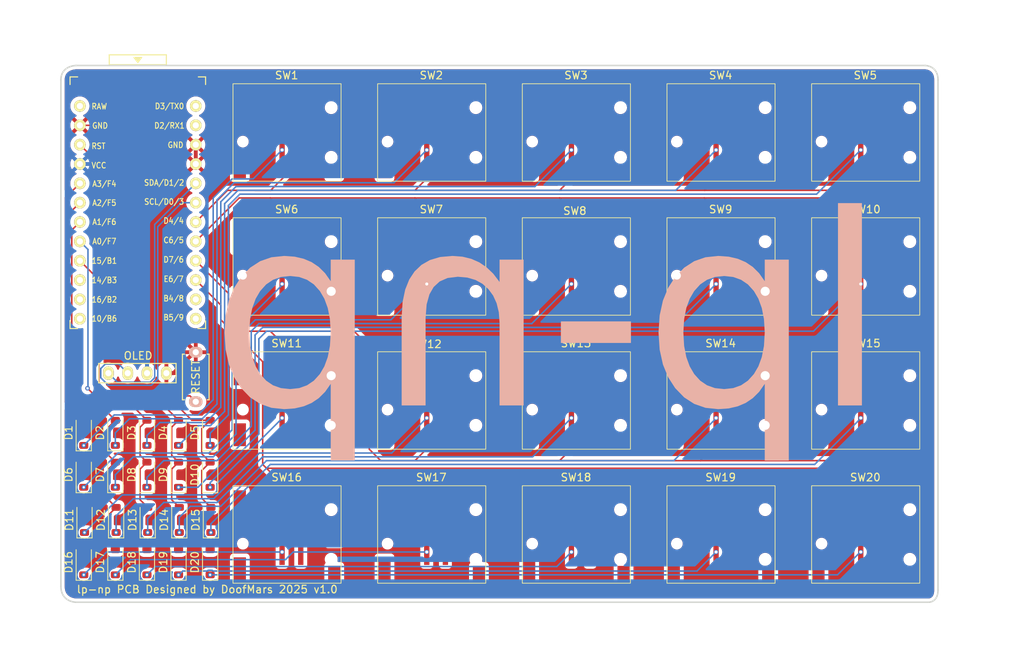
<source format=kicad_pcb>
(kicad_pcb (version 20241229) (generator "pcbnew") (generator_version "9.0")
  (layers (0 "F.Cu" signal) (2 "B.Cu" signal) (13 "F.Paste" user) (15 "B.Paste" user) (5 "F.SilkS" user "F.Silkscreen") (7 "B.SilkS" user "B.Silkscreen") (1 "F.Mask" user) (3 "B.Mask" user) (25 "Edge.Cuts" user))
  (net 0 "")
  (net 1 "GND")
  (net 2 "VCC")
  (net 3 "SDA")
  (net 4 "SCL")
  (net 5 "data")
  (net 6 "reset")
  (net 7 "row1")
  (net 8 "row2")
  (net 9 "row0")
  (net 10 "row3")
  (net 11 "col0")
  (net 12 "col1")
  (net 13 "col2")
  (net 14 "col3")
  (net 15 "col4")
  (net 16 "LED")
  (net 17 "Net-(U1-Pad11)")
  (net 18 "Net-(U1-Pad12)")
  (net 19 "Net-(U1-Pad13)")
  (net 20 "Net-(U1-Pad14)")
  (net 21 "col5")
  (net 22 "Net-(U1-Pad24)")
  (net 23 "Net-(D1-K)")
  (net 24 "Net-(D2-K)")
  (net 25 "Net-(D4-K)")
  (net 26 "Net-(D5-K)")
  (net 27 "Net-(D6-K)")
  (net 28 "Net-(D7-K)")
  (net 29 "Net-(D8-K)")
  (net 30 "Net-(D9-K)")
  (net 31 "Net-(D10-K)")
  (net 32 "Net-(D11-K)")
  (net 33 "Net-(D12-K)")
  (net 34 "Net-(D13-K)")
  (net 35 "Net-(D14-K)")
  (net 36 "Net-(D15-K)")
  (net 37 "Net-(D16-K)")
  (net 38 "Net-(D17-K)")
  (net 39 "Net-(D18-K)")
  (net 40 "Net-(D19-K)")
  (net 41 "Net-(D20-K)")
  (net 42 "Net-(D3-K)")
  (footprint "Diode_SMD:D_SOD-123" (layer "F.Cu") (at 43.95 81.85 90)
    (property "Reference" "D9")
    (property "Value" "D")
  )
  (footprint "Diode_SMD:D_SOD-123" (layer "F.Cu") (at 39.8 81.85 90)
    (property "Reference" "D8")
    (property "Value" "D")
  )
  (footprint "Cherry_ULP:Cherry_ULP_SMD" (layer "F.Cu") (at 77.2 89.7)
    (property "Reference" "SW17")
    (property "Value" "SW_Push")
  )
  (footprint "Diode_SMD:D_SOD-123" (layer "F.Cu") (at 44.05 87.79 90)
    (property "Reference" "D14")
    (property "Value" "D")
  )
  (footprint "Cherry_ULP:Cherry_ULP_SMD" (layer "F.Cu") (at 134.2 72.1)
    (property "Reference" "SW15")
    (property "Value" "SW_Push")
  )
  (footprint "Cherry_ULP:Cherry_ULP_SMD" (layer "F.Cu") (at 115.2 72.1)
    (property "Reference" "SW14")
    (property "Value" "SW_Push")
  )
  (footprint "Cherry_ULP:Cherry_ULP_SMD" (layer "F.Cu") (at 77.2 36.9)
    (property "Reference" "SW2")
    (property "Value" "Cherry_ULP_SMD")
  )
  (footprint "Diode_SMD:D_SOD-123" (layer "F.Cu") (at 39.9 87.79 90)
    (property "Reference" "D13")
    (property "Value" "D")
  )
  (footprint "Cherry_ULP:Cherry_ULP_SMD" (layer "F.Cu") (at 115.2 54.5)
    (property "Reference" "SW9")
    (property "Value" "SW_Push")
  )
  (footprint "kbd:ResetSW_1side" (layer "F.Cu") (at 46.212 69.011 -90)
    (property "Reference" "RSW1" (hide yes))
    (property "Value" "SW_PUSH")
  )
  (footprint "Cherry_ULP:Cherry_ULP_SMD" (layer "F.Cu") (at 134.2 36.9)
    (property "Reference" "SW5")
    (property "Value" "Cherry_ULP_SMD")
  )
  (footprint "Diode_SMD:D_SOD-123" (layer "F.Cu") (at 48.1 93.35 90)
    (property "Reference" "D20")
    (property "Value" "D")
  )
  (footprint "Diode_SMD:D_SOD-123" (layer "F.Cu") (at 35.65 93.35 90)
    (property "Reference" "D17")
    (property "Value" "D")
  )
  (footprint "Diode_SMD:D_SOD-123" (layer "F.Cu") (at 35.65 81.85 90)
    (property "Reference" "D7")
    (property "Value" "D")
  )
  (footprint "Cherry_ULP:Cherry_ULP_SMD" (layer "F.Cu") (at 58.2 54.5)
    (property "Reference" "SW6")
    (property "Value" "SW_Push")
  )
  (footprint "Diode_SMD:D_SOD-123" (layer "F.Cu") (at 31.5 76.35 90)
    (property "Reference" "D1")
    (property "Value" "D")
  )
  (footprint "Cherry_ULP:Cherry_ULP_SMD" (layer "F.Cu") (at 96.2 72.1)
    (property "Reference" "SW13")
    (property "Value" "SW_Push")
  )
  (footprint "Cherry_ULP:Cherry_ULP_SMD" (layer "F.Cu") (at 115.2 36.9)
    (property "Reference" "SW4")
    (property "Value" "Cherry_ULP_SMD")
  )
  (footprint "Cherry_ULP:Cherry_ULP_SMD" (layer "F.Cu") (at 115.2 89.7)
    (property "Reference" "SW19")
    (property "Value" "SW_Push")
  )
  (footprint "Diode_SMD:D_SOD-123" (layer "F.Cu") (at 48.1 81.85 90)
    (property "Reference" "D10")
    (property "Value" "D")
  )
  (footprint "Diode_SMD:D_SOD-123" (layer "F.Cu") (at 35.75 87.79 90)
    (property "Reference" "D12")
    (property "Value" "D")
  )
  (footprint "Cherry_ULP:Cherry_ULP_SMD" (layer "F.Cu") (at 134.2 54.5)
    (property "Reference" "SW10")
    (property "Value" "SW_Push")
  )
  (footprint "Diode_SMD:D_SOD-123" (layer "F.Cu") (at 43.95 76.35 90)
    (property "Reference" "D4")
    (property "Value" "D")
  )
  (footprint "Diode_SMD:D_SOD-123" (layer "F.Cu") (at 48.2 87.79 90)
    (property "Reference" "D15")
    (property "Value" "D")
  )
  (footprint "Cherry_ULP:Cherry_ULP_SMD" (layer "F.Cu") (at 96.2 36.9)
    (property "Reference" "SW3")
    (property "Value" "Cherry_ULP_SMD")
  )
  (footprint "Diode_SMD:D_SOD-123" (layer "F.Cu") (at 31.5 81.85 90)
    (property "Reference" "D6")
    (property "Value" "D")
  )
  (footprint "Cherry_ULP:Cherry_ULP_SMD" (layer "F.Cu") (at 77.2 54.5)
    (property "Reference" "SW7")
    (property "Value" "SW_Push")
  )
  (footprint "Diode_SMD:D_SOD-123" (layer "F.Cu") (at 31.5 93.35 90)
    (property "Reference" "D16")
    (property "Value" "D")
  )
  (footprint "Cherry_ULP:Cherry_ULP_SMD" (layer "F.Cu") (at 96.2 54.5)
    (property "Reference" "SW8")
    (property "Value" "SW_Push")
  )
  (footprint "kbd:ProMicro_v3" (layer "F.Cu") (at 38.6 47.9)
    (property "Reference" "U1" (hide yes))
    (property "Value" "ProMicro" (hide yes))
  )
  (footprint "Cherry_ULP:Cherry_ULP_SMD" (layer "F.Cu") (at 58.2 89.7)
    (property "Reference" "SW16")
    (property "Value" "SW_Push")
  )
  (footprint "Diode_SMD:D_SOD-123" (layer "F.Cu") (at 39.8 93.35 90)
    (property "Reference" "D18")
    (property "Value" "D")
  )
  (footprint "Cherry_ULP:Cherry_ULP_SMD" (layer "F.Cu") (at 77.2 72.1)
    (property "Reference" "SW12")
    (property "Value" "SW_Push")
  )
  (footprint "Diode_SMD:D_SOD-123" (layer "F.Cu") (at 31.6 87.79 90)
    (property "Reference" "D11")
    (property "Value" "D")
  )
  (footprint "Cherry_ULP:Cherry_ULP_SMD" (layer "F.Cu") (at 134.2 89.7)
    (property "Reference" "SW20")
    (property "Value" "SW_Push")
  )
  (footprint "Cherry_ULP:Cherry_ULP_SMD" (layer "F.Cu") (at 58.2 72.1)
    (property "Reference" "SW11")
    (property "Value" "SW_Push")
  )
  (footprint "Cherry_ULP:Cherry_ULP_SMD" (layer "F.Cu") (at 58.2 36.9)
    (property "Reference" "SW1")
    (property "Value" "Cherry_ULP_SMD")
  )
  (footprint "Diode_SMD:D_SOD-123" (layer "F.Cu") (at 48.1 76.35 90)
    (property "Reference" "D5")
    (property "Value" "D")
  )
  (footprint "Diode_SMD:D_SOD-123" (layer "F.Cu") (at 39.8 76.35 90)
    (property "Reference" "D3")
    (property "Value" "D")
  )
  (footprint "Diode_SMD:D_SOD-123" (layer "F.Cu") (at 35.65 76.35 90)
    (property "Reference" "D2")
    (property "Value" "D")
  )
  (footprint "Cherry_ULP:Cherry_ULP_SMD" (layer "F.Cu") (at 96.2 89.7)
    (property "Reference" "SW18")
    (property "Value" "SW_Push")
  )
  (footprint "kbd:OLED_1side" (layer "F.Cu") (at 34.736 68.508)
    (property "Reference" "OLED")
    (property "Value" "OLED" (hide yes))
  )
  (footprint "Diode_SMD:D_SOD-123" (layer "F.Cu") (at 43.95 93.35 90)
    (property "Reference" "D19")
    (property "Value" "D")
  )
  (gr_curve (pts (xy 143.7 97) (xy 143.7 98.6) (xy 142.5 98.6) (xy 142.5 98.6)) (stroke (width 0.2)) (layer "Edge.Cuts"))
  (gr_line (start 30.5 28.1) (end 142 28.1) (stroke (width 0.2)) (layer "Edge.Cuts"))
  (gr_curve (pts (xy 143.7 30) (xy 143.7 28.1) (xy 142 28.1) (xy 142 28.1)) (stroke (width 0.2)) (layer "Edge.Cuts"))
  (gr_curve (pts (xy 28.5 30) (xy 28.5 28.1) (xy 30.5 28.1) (xy 30.5 28.1)) (stroke (width 0.2)) (layer "Edge.Cuts"))
  (gr_line (start 28.5 30) (end 28.5 96.5) (stroke (width 0.2)) (layer "Edge.Cuts"))
  (gr_line (start 142.5 98.6) (end 30.5 98.6) (stroke (width 0.2)) (layer "Edge.Cuts"))
  (gr_line (start 143.7 30) (end 143.7 97) (stroke (width 0.2)) (layer "Edge.Cuts"))
  (gr_curve (pts (xy 28.5 96.5) (xy 28.5 98.6) (xy 30.5 98.6) (xy 30.5 98.6)) (stroke (width 0.2)) (layer "Edge.Cuts"))
  (gr_text "lp-np PCB Designed by DoofMars 2025 v1.0" (at 30.5 97.5 0) (layer "F.SilkS") (effects (font (size 1 1)) (justify left bottom)))
  (gr_text "lp-np" (at 137 77 0) (layer "B.SilkS") (effects (font (size 25 25)) (justify left bottom mirror)))
  (segment (start 44.5 42.7534) (end 44.5 64.049) (width 0.508) (layer "F.Cu") (net 1))
  (segment (start 30.9914 35.962) (end 43.6714 35.962) (width 0.2) (layer "F.Cu") (net 1))
  (segment (start 46.025 65.761) (end 43.278 68.508) (width 0.508) (layer "F.Cu") (net 1))
  (segment (start 44.5 64.049) (end 46.212 65.761) (width 0.508) (layer "F.Cu") (net 1))
  (segment (start 46.212 65.761) (end 46.025 65.761) (width 0.508) (layer "F.Cu") (net 1))
  (segment (start 46.2114 41.042) (end 44.5 42.7534) (width 0.508) (layer "F.Cu") (net 1))
  (segment (start 43.6714 35.962) (end 46.2114 38.502) (width 0.2) (layer "F.Cu") (net 1))
  (segment (start 46.2114 38.502) (end 46.2114 41.042) (width 0.508) (layer "F.Cu") (net 1))
  (segment (start 43.278 68.508) (end 42.356 68.508) (width 0.508) (layer "F.Cu") (net 1))
  (segment (start 39.816 43.5913) (end 39.816 68.508) (width 0.508) (layer "B.Cu") (net 2))
  (segment (start 30.9914 41.042) (end 37.2667 41.042) (width 0.508) (layer "B.Cu") (net 2))
  (segment (start 37.2667 41.042) (end 39.816 43.5913) (width 0.508) (layer "B.Cu") (net 2))
  (segment (start 34.736 68.49) (end 34.736 68.508) (width 0.254) (layer "F.Cu") (net 3))
  (segment (start 46.2114 43.582) (end 40.8155 48.9779) (width 0.2) (layer "B.Cu") (net 3))
  (segment (start 40.8155 69.112506) (end 40.230006 69.698) (width 0.2) (layer "B.Cu") (net 3))
  (segment (start 35.926 69.698) (end 34.736 68.508) (width 0.2) (layer "B.Cu") (net 3))
  (segment (start 40.230006 69.698) (end 35.926 69.698) (width 0.2) (layer "B.Cu") (net 3))
  (segment (start 40.8155 48.9779) (end 40.8155 69.112506) (width 0.2) (layer "B.Cu") (net 3))
  (segment (start 41.2165 69.278606) (end 40.396106 70.099) (width 0.2) (layer "B.Cu") (net 4))
  (segment (start 34.321994 67.318) (end 36.086 67.318) (width 0.2) (layer "B.Cu") (net 4))
  (segment (start 46.2114 46.122) (end 44.378 46.122) (width 0.2) (layer "B.Cu") (net 4))
  (segment (start 44.378 46.122) (end 41.2165 49.2835) (width 0.2) (layer "B.Cu") (net 4))
  (segment (start 36.086 67.318) (end 37.276 68.508) (width 0.2) (layer "B.Cu") (net 4))
  (segment (start 40.396106 70.099) (end 34.722994 70.099) (width 0.2) (layer "B.Cu") (net 4))
  (segment (start 33.7365 67.903494) (end 34.321994 67.318) (width 0.2) (layer "B.Cu") (net 4))
  (segment (start 41.2165 49.2835) (end 41.2165 69.278606) (width 0.2) (layer "B.Cu") (net 4))
  (segment (start 34.722994 70.099) (end 33.7365 69.112506) (width 0.2) (layer "B.Cu") (net 4))
  (segment (start 33.7365 69.112506) (end 33.7365 67.903494) (width 0.2) (layer "B.Cu") (net 4))
  (segment (start 45.451 71.5) (end 35 71.5) (width 0.2) (layer "F.Cu") (net 6))
  (segment (start 33.5 70) (end 33.5 41.0106) (width 0.2) (layer "F.Cu") (net 6))
  (segment (start 35 71.5) (end 33.5 70) (width 0.2) (layer "F.Cu") (net 6))
  (segment (start 33.5 41.0106) (end 30.9914 38.502) (width 0.2) (layer "F.Cu") (net 6))
  (segment (start 46.212 72.261) (end 45.451 71.5) (width 0.2) (layer "F.Cu") (net 6))
  (segment (start 75 45.5) (end 94 45.5) (width 0.2) (layer "F.Cu") (net 7))
  (segment (start 136 49.5) (end 136 56.8) (width 0.2) (layer "F.Cu") (net 7))
  (segment (start 132 45.5) (end 136 49.5) (width 0.2) (layer "F.Cu") (net 7))
  (segment (start 98 49.5) (end 94 45.5) (width 0.2) (layer "F.Cu") (net 7))
  (segment (start 79 56.8) (end 79 49.5) (width 0.2) (layer "F.Cu") (net 7))
  (segment (start 117 56.8) (end 117 49.5) (width 0.2) (layer "F.Cu") (net 7))
  (segment (start 56 45.5) (end 75 45.5) (width 0.2) (layer "F.Cu") (net 7))
  (segment (start 98 56.8) (end 98 49.5) (width 0.2) (layer "F.Cu") (net 7))
  (segment (start 51.9134 45.5) (end 56 45.5) (width 0.2) (layer "F.Cu") (net 7))
  (segment (start 94 45.5) (end 113 45.5) (width 0.2) (layer "F.Cu") (net 7))
  (segment (start 46.2114 51.202) (end 51.9134 45.5) (width 0.2) (layer "F.Cu") (net 7))
  (segment (start 113 45.5) (end 132 45.5) (width 0.2) (layer "F.Cu") (net 7))
  (segment (start 117 49.5) (end 113 45.5) (width 0.2) (layer "F.Cu") (net 7))
  (segment (start 60 56.8) (end 60 49.5) (width 0.2) (layer "F.Cu") (net 7))
  (segment (start 79 49.5) (end 75 45.5) (width 0.2) (layer "F.Cu") (net 7))
  (segment (start 60 49.5) (end 56 45.5) (width 0.2) (layer "F.Cu") (net 7))
  (segment (start 131.5 80) (end 136 75.5) (width 0.2) (layer "F.Cu") (net 8))
  (segment (start 52.5 63) (end 56 63) (width 0.2) (layer "F.Cu") (net 8))
  (segment (start 46.2114 53.742) (end 50.5 58.0306) (width 0.2) (layer "F.Cu") (net 8))
  (segment (start 50.5 61) (end 52.5 63) (width 0.2) (layer "F.Cu") (net 8))
  (segment (start 98 74.4) (end 98 76) (width 0.2) (layer "F.Cu") (net 8))
  (segment (start 67 63) (end 69 65) (width 0.2) (layer "F.Cu") (net 8))
  (segment (start 94 80) (end 112.5 80) (width 0.2) (layer "F.Cu") (net 8))
  (segment (start 112.5 80) (end 131.5 80) (width 0.2) (layer "F.Cu") (net 8))
  (segment (start 117 75.5) (end 112.5 80) (width 0.2) (layer "F.Cu") (net 8))
  (segment (start 69 65) (end 69 78.5) (width 0.2) (layer "F.Cu") (net 8))
  (segment (start 69 78.5) (end 70.5 80) (width 0.2) (layer "F.Cu") (net 8))
  (segment (start 136 75.5) (end 136 74.4) (width 0.2) (layer "F.Cu") (net 8))
  (segment (start 56 63) (end 67 63) (width 0.2) (layer "F.Cu") (net 8))
  (segment (start 75 80) (end 94 80) (width 0.2) (layer "F.Cu") (net 8))
  (segment (start 50.5 58.0306) (end 50.5 61) (width 0.2) (layer "F.Cu") (net 8))
  (segment (start 79 74.4) (end 79 76) (width 0.2) (layer "F.Cu") (net 8))
  (segment (start 98 76) (end 94 80) (width 0.2) (layer "F.Cu") (net 8))
  (segment (start 60 67) (end 56 63) (width 0.2) (layer "F.Cu") (net 8))
  (segment (start 117 74.4) (end 117 75.5) (width 0.2) (layer "F.Cu") (net 8))
  (segment (start 79 76) (end 75 80) (width 0.2) (layer "F.Cu") (net 8))
  (segment (start 60 74.4) (end 60 67) (width 0.2) (layer "F.Cu") (net 8))
  (segment (start 70.5 80) (end 75 80) (width 0.2) (layer "F.Cu") (net 8))
  (segment (start 79 40.5) (end 75 44.5) (width 0.2) (layer "F.Cu") (net 9))
  (segment (start 50.3734 44.5) (end 56.05 44.5) (width 0.2) (layer "F.Cu") (net 9))
  (segment (start 136 40.5) (end 136 39.2) (width 0.2) (layer "F.Cu") (net 9))
  (segment (start 117 39.2) (end 117 40.55) (width 0.2) (layer "F.Cu") (net 9))
  (segment (start 98 39.2) (end 98 40.5) (width 0.2) (layer "F.Cu") (net 9))
  (segment (start 56.05 44.5) (end 54 44.5) (width 0.2) (layer "F.Cu") (net 9))
  (segment (start 79 39.2) (end 79 40.5) (width 0.2) (layer "F.Cu") (net 9))
  (segment (start 98 40.5) (end 94 44.5) (width 0.2) (layer "F.Cu") (net 9))
  (segment (start 132 44.5) (end 136 40.5) (width 0.2) (layer "F.Cu") (net 9))
  (segment (start 94 44.5) (end 113.05 44.5) (width 0.2) (layer "F.Cu") (net 9))
  (segment (start 46.2114 48.662) (end 50.3734 44.5) (width 0.2) (layer "F.Cu") (net 9))
  (segment (start 75 44.5) (end 94 44.5) (width 0.2) (layer "F.Cu") (net 9))
  (segment (start 60 39.2) (end 60 40.55) (width 0.2) (layer "F.Cu") (net 9))
  (segment (start 60 40.55) (end 56.05 44.5) (width 0.2) (layer "F.Cu") (net 9))
  (segment (start 113.05 44.5) (end 132 44.5) (width 0.2) (layer "F.Cu") (net 9))
  (segment (start 56.05 44.5) (end 75 44.5) (width 0.2) (layer "F.Cu") (net 9))
  (segment (start 117 40.55) (end 113.05 44.5) (width 0.2) (layer "F.Cu") (net 9))
  (segment (start 46.2114 48.662) (end 46.338 48.662) (width 0.2) (layer "B.Cu") (net 9))
  (segment (start 60 92) (end 60 85.5) (width 0.2) (layer "F.Cu") (net 10))
  (segment (start 98 85.5) (end 93.5 81) (width 0.2) (layer "F.Cu") (net 10))
  (segment (start 112.5 81) (end 131.5 81) (width 0.2) (layer "F.Cu") (net 10))
  (segment (start 117 85.5) (end 112.5 81) (width 0.2) (layer "F.Cu") (net 10))
  (segment (start 49.5 61.5) (end 55 67) (width 0.2) (layer "F.Cu") (net 10))
  (segment (start 131.5 81) (end 136 85.5) (width 0.2) (layer "F.Cu") (net 10))
  (segment (start 74.5 81) (end 93.5 81) (width 0.2) (layer "F.Cu") (net 10))
  (segment (start 55 80.5) (end 55.5 81) (width 0.2) (layer "F.Cu") (net 10))
  (segment (start 98 92) (end 98 85.5) (width 0.2) (layer "F.Cu") (net 10))
  (segment (start 49.5 59.5706) (end 49.5 61.5) (width 0.2) (layer "F.Cu") (net 10))
  (segment (start 117 92) (end 117 85.5) (width 0.2) (layer "F.Cu") (net 10))
  (segment (start 79 85.5) (end 74.5 81) (width 0.2) (layer "F.Cu") (net 10))
  (segment (start 74.5 81) (end 55.5 81) (width 0.2) (layer "F.Cu") (net 10))
  (segment (start 55 67) (end 55 80.5) (width 0.2) (layer "F.Cu") (net 10))
  (segment (start 136 85.5) (end 136 92) (width 0.2) (layer "F.Cu") (net 10))
  (segment (start 60 85.5) (end 55.5 81) (width 0.2) (layer "F.Cu") (net 10))
  (segment (start 79 92) (end 79 85.5) (width 0.2) (layer "F.Cu") (net 10))
  (segment (start 93.5 81) (end 112.5 81) (width 0.2) (layer "F.Cu") (net 10))
  (segment (start 46.2114 56.282) (end 49.5 59.5706) (width 0.2) (layer "F.Cu") (net 10))
  (segment (start 30.5 79.2) (end 31.5 80.2) (width 0.2) (layer "F.Cu") (net 11))
  (segment (start 30.5 87.24) (end 30.5 90.7) (width 0.2) (layer "F.Cu") (net 11))
  (segment (start 31.5 80.2) (end 30.5 81.2) (width 0.2) (layer "F.Cu") (net 11))
  (segment (start 30.5 81.2) (end 30.5 85.04) (width 0.2) (layer "F.Cu") (net 11))
  (segment (start 31.5 74.7) (end 30.5 75.7) (width 0.2) (layer "F.Cu") (net 11))
  (segment (start 30.5 85.04) (end 31.6 86.14) (width 0.2) (layer "F.Cu") (net 11))
  (segment (start 31.6 86.14) (end 30.5 87.24) (width 0.2) (layer "F.Cu") (net 11))
  (segment (start 30.9914 43.582) (end 29.101 45.4724) (width 0.2) (layer "F.Cu") (net 11))
  (segment (start 30.5 90.7) (end 31.5 91.7) (width 0.2) (layer "F.Cu") (net 11))
  (segment (start 30.5 75.7) (end 30.5 79.2) (width 0.2) (layer "F.Cu") (net 11))
  (segment (start 29.101 72.301) (end 31.5 74.7) (width 0.2) (layer "F.Cu") (net 11))
  (segment (start 29.101 45.4724) (end 29.101 72.301) (width 0.2) (layer "F.Cu") (net 11))
  (segment (start 29.502 47.6114) (end 29.502 72.002) (width 0.2) (layer "F.Cu") (net 12))
  (segment (start 34.849 87.041) (end 34.849 90.899) (width 0.2) (layer "F.Cu") (net 12))
  (segment (start 35.65 80.2) (end 34.749 81.101) (width 0.2) (layer "F.Cu") (net 12))
  (segment (start 34.849 90.899) (end 35.65 91.7) (width 0.2) (layer "F.Cu") (net 12))
  (segment (start 34.749 75.601) (end 34.749 79.299) (width 0.2) (layer "F.Cu") (net 12))
  (segment (start 31 73.5) (end 34.45 73.5) (width 0.2) (layer "F.Cu") (net 12))
  (segment (start 29.502 72.002) (end 31 73.5) (width 0.2) (layer "F.Cu") (net 12))
  (segment (start 34.45 73.5) (end 35.65 74.7) (width 0.2) (layer "F.Cu") (net 12))
  (segment (start 35.65 74.7) (end 34.749 75.601) (width 0.2) (layer "F.Cu") (net 12))
  (segment (start 30.9914 46.122) (end 29.502 47.6114) (width 0.2) (layer "F.Cu") (net 12))
  (segment (start 34.749 79.299) (end 35.65 80.2) (width 0.2) (layer "F.Cu") (net 12))
  (segment (start 35.75 86.14) (end 34.849 87.041) (width 0.2) (layer "F.Cu") (net 12))
  (segment (start 34.749 81.101) (end 34.749 85.139) (width 0.2) (layer "F.Cu") (net 12))
  (segment (start 34.749 85.139) (end 35.75 86.14) (width 0.2) (layer "F.Cu") (net 12))
  (segment (start 39 90.9) (end 39.8 91.7) (width 0.2) (layer "F.Cu") (net 13))
  (segment (start 38.899 75.601) (end 38.899 79.299) (width 0.2) (layer "F.Cu") (net 13))
  (segment (start 39.8 74.7) (end 38.899 75.601) (width 0.2) (layer "F.Cu") (net 13))
  (segment (start 29.9284 71.4284) (end 31.599 73.099) (width 0.2) (layer "F.Cu") (net 13))
  (segment (start 29.9284 49.725) (end 29.9284 71.4284) (width 0.2) (layer "F.Cu") (net 13))
  (segment (start 39.8 80.2) (end 38.899 81.101) (width 0.2) (layer "F.Cu") (net 13))
  (segment (start 38.899 81.101) (end 38.899 85.139) (width 0.2) (layer "F.Cu") (net 13))
  (segment (start 39.9 86.14) (end 39 87.04) (width 0.2) (layer "F.Cu") (net 13))
  (segment (start 38.899 79.299) (end 39.8 80.2) (width 0.2) (layer "F.Cu") (net 13))
  (segment (start 38.199 73.099) (end 39.8 74.7) (width 0.2) (layer "F.Cu") (net 13))
  (segment (start 38.899 85.139) (end 39.9 86.14) (width 0.2) (layer "F.Cu") (net 13))
  (segment (start 30.9914 48.662) (end 29.9284 49.725) (width 0.2) (layer "F.Cu") (net 13))
  (segment (start 31.599 73.099) (end 38.199 73.099) (width 0.2) (layer "F.Cu") (net 13))
  (segment (start 39 87.04) (end 39 90.9) (width 0.2) (layer "F.Cu") (net 13))
  (segment (start 43.049 81.101) (end 43.049 85.139) (width 0.2) (layer "F.Cu") (net 14))
  (segment (start 34 72.5) (end 41.75 72.5) (width 0.2) (layer "F.Cu") (net 14))
  (segment (start 43.95 74.7) (end 43.049 75.601) (width 0.2) (layer "F.Cu") (net 14))
  (segment (start 41.75 72.5) (end 43.95 74.7) (width 0.2) (layer "F.Cu") (net 14))
  (segment (start 43.049 75.601) (end 43.049 79.299) (width 0.2) (layer "F.Cu") (net 14))
  (segment (start 43.149 90.899) (end 43.95 91.7) (width 0.2) (layer "F.Cu") (net 14))
  (segment (start 43.049 79.299) (end 43.95 80.2) (width 0.2) (layer "F.Cu") (net 14))
  (segment (start 44.05 86.14) (end 43.149 87.041) (width 0.2) (layer "F.Cu") (net 14))
  (segment (start 32 70.5) (end 34 72.5) (width 0.2) (layer "F.Cu") (net 14))
  (segment (start 43.149 87.041) (end 43.149 90.899) (width 0.2) (layer "F.Cu") (net 14))
  (segment (start 43.95 80.2) (end 43.049 81.101) (width 0.2) (layer "F.Cu") (net 14))
  (segment (start 43.049 85.139) (end 44.05 86.14) (width 0.2) (layer "F.Cu") (net 14))
  (via (at 32 70.5) (size 0.6) (drill 0.3) (layers "F.Cu" "B.Cu") (net 14))
  (segment (start 32 70.5) (end 32.0544 70.4456) (width 0.2) (layer "B.Cu") (net 14))
  (segment (start 32.0544 52.265) (end 30.9914 51.202) (width 0.2) (layer "B.Cu") (net 14))
  (segment (start 32.0544 70.4456) (end 32.0544 52.265) (width 0.2) (layer "B.Cu") (net 14))
  (segment (start 48.1 74.7) (end 47 75.8) (width 0.2) (layer "F.Cu") (net 15))
  (segment (start 33 55.7506) (end 33 70.5) (width 0.2) (layer "F.Cu") (net 15))
  (segment (start 47 87.34) (end 47 90.6) (width 0.2) (layer "F.Cu") (net 15))
  (segment (start 48.1 80.2) (end 47 81.3) (width 0.2) (layer "F.Cu") (net 15))
  (segment (start 30.9914 53.742) (end 33 55.7506) (width 0.2) (layer "F.Cu") (net 15))
  (segment (start 43 72) (end 45.7 74.7) (width 0.2) (layer "F.Cu") (net 15))
  (segment (start 47 75.8) (end 47 79.1) (width 0.2) (layer "F.Cu") (net 15))
  (segment (start 34.5 72) (end 43 72) (width 0.2) (layer "F.Cu") (net 15))
  (segment (start 48.2 86.14) (end 47 87.34) (width 0.2) (layer "F.Cu") (net 15))
  (segment (start 33 70.5) (end 34.5 72) (width 0.2) (layer "F.Cu") (net 15))
  (segment (start 47 84.94) (end 48.2 86.14) (width 0.2) (layer "F.Cu") (net 15))
  (segment (start 45.7 74.7) (end 48.1 74.7) (width 0.2) (layer "F.Cu") (net 15))
  (segment (start 47 79.1) (end 48.1 80.2) (width 0.2) (layer "F.Cu") (net 15))
  (segment (start 47 90.6) (end 48.1 91.7) (width 0.2) (layer "F.Cu") (net 15))
  (segment (start 47 81.3) (end 47 84.94) (width 0.2) (layer "F.Cu") (net 15))
  (segment (start 57.55 39.2) (end 57.55 40.55) (width 0.2) (layer "F.Cu") (net 23))
  (via (at 57.55 39.2) (size 0.6) (drill 0.4) (layers "F.Cu" "B.Cu") (net 23))
  (via (at 31.5 78) (size 0.6) (drill 0.3) (layers "F.Cu" "B.Cu") (net 23))
  (segment (start 46.5 74) (end 48.5 72) (width 0.2) (layer "B.Cu") (net 23))
  (segment (start 31.5 78) (end 35.5 74) (width 0.2) (layer "B.Cu") (net 23))
  (segment (start 35.5 74) (end 46.5 74) (width 0.2) (layer "B.Cu") (net 23))
  (segment (start 53.75 43) (end 57.55 39.2) (width 0.2) (layer "B.Cu") (net 23))
  (segment (start 48.5 45.5) (end 51 43) (width 0.2) (layer "B.Cu") (net 23))
  (segment (start 51 43) (end 53.75 43) (width 0.2) (layer "B.Cu") (net 23))
  (segment (start 48.5 72) (end 48.5 45.5) (width 0.2) (layer "B.Cu") (net 23))
  (via (at 35.65 78) (size 0.6) (drill 0.3) (layers "F.Cu" "B.Cu") (net 24))
  (via (at 76.55 39.2) (size 0.6) (drill 0.4) (layers "F.Cu" "B.Cu") (net 24))
  (segment (start 37.5 74.5) (end 47.0671 74.5) (width 0.2) (layer "B.Cu") (net 24))
  (segment (start 35.65 76.35) (end 37.5 74.5) (width 0.2) (layer "B.Cu") (net 24))
  (segment (start 51.25 43.5) (end 72.25 43.5) (width 0.2) (layer "B.Cu") (net 24))
  (segment (start 49 72.5671) (end 49 45.75) (width 0.2) (layer "B.Cu") (net 24))
  (segment (start 47.0671 74.5) (end 49 72.5671) (width 0.2) (layer "B.Cu") (net 24))
  (segment (start 49 45.75) (end 51.25 43.5) (width 0.2) (layer "B.Cu") (net 24))
  (segment (start 35.65 78) (end 35.65 76.35) (width 0.2) (layer "B.Cu") (net 24))
  (segment (start 72.25 43.5) (end 76.55 39.2) (width 0.2) (layer "B.Cu") (net 24))
  (via (at 43.95 78) (size 0.6) (drill 0.3) (layers "F.Cu" "B.Cu") (net 25))
  (via (at 114.55 39.2) (size 0.6) (drill 0.4) (layers "F.Cu" "B.Cu") (net 25))
  (segment (start 51.75 44.5) (end 109.25 44.5) (width 0.2) (layer "B.Cu") (net 25))
  (segment (start 50 46.25) (end 51.75 44.5) (width 0.2) (layer "B.Cu") (net 25))
  (segment (start 50 73.53355) (end 50 46.25) (width 0.2) (layer "B.Cu") (net 25))
  (segment (start 109.25 44.5) (end 114.55 39.2) (width 0.2) (layer "B.Cu") (net 25))
  (segment (start 46.549 75.401) (end 48.13255 75.401) (width 0.2) (layer "B.Cu") (net 25))
  (segment (start 48.13255 75.401) (end 50 73.53355) (width 0.2) (layer "B.Cu") (net 25))
  (segment (start 43.95 78) (end 46.549 75.401) (width 0.2) (layer "B.Cu") (net 25))
  (via (at 133.55 39.2) (size 0.6) (drill 0.4) (layers "F.Cu" "B.Cu") (net 26))
  (via (at 48.1 78) (size 0.6) (drill 0.3) (layers "F.Cu" "B.Cu") (net 26))
  (segment (start 50.5 74) (end 50.5 46.5) (width 0.2) (layer "B.Cu") (net 26))
  (segment (start 127.75 45) (end 133.55 39.2) (width 0.2) (layer "B.Cu") (net 26))
  (segment (start 50.5 46.5) (end 52 45) (width 0.2) (layer "B.Cu") (net 26))
  (segment (start 48.1 78) (end 48.1 76.4) (width 0.2) (layer "B.Cu") (net 26))
  (segment (start 48.1 76.4) (end 50.5 74) (width 0.2) (layer "B.Cu") (net 26))
  (segment (start 52 45) (end 127.75 45) (width 0.2) (layer "B.Cu") (net 26))
  (via (at 31.5 83.5) (size 0.6) (drill 0.3) (layers "F.Cu" "B.Cu") (net 27))
  (via (at 57.55 56.8) (size 0.6) (drill 0.4) (layers "F.Cu" "B.Cu") (net 27))
  (segment (start 57.55 56.95) (end 57.55 56.8) (width 0.2) (layer "B.Cu") (net 27))
  (segment (start 36 79) (end 47.949943 79) (width 0.2) (layer "B.Cu") (net 27))
  (segment (start 31.5 83.5) (end 36 79) (width 0.2) (layer "B.Cu") (net 27))
  (segment (start 47.949943 79) (end 51 75.949943) (width 0.2) (layer "B.Cu") (net 27))
  (segment (start 51 75.949943) (end 51 63.5) (width 0.2) (layer "B.Cu") (net 27))
  (segment (start 51 63.5) (end 57.55 56.95) (width 0.2) (layer "B.Cu") (net 27))
  (via (at 76.55 56.8) (size 0.6) (drill 0.4) (layers "F.Cu" "B.Cu") (net 28))
  (via (at 35.65 83.5) (size 0.6) (drill 0.3) (layers "F.Cu" "B.Cu") (net 28))
  (segment (start 35.65 83.5) (end 35.65 81.85) (width 0.2) (layer "B.Cu") (net 28))
  (segment (start 35.65 81.85) (end 38 79.5) (width 0.2) (layer "B.Cu") (net 28))
  (segment (start 38 79.5) (end 48.508522 79.5) (width 0.2) (layer "B.Cu") (net 28))
  (segment (start 51.5 64.03355) (end 54.03355 61.5) (width 0.2) (layer "B.Cu") (net 28))
  (segment (start 51.5 76.508522) (end 51.5 64.03355) (width 0.2) (layer "B.Cu") (net 28))
  (segment (start 71.85 61.5) (end 76.55 56.8) (width 0.2) (layer "B.Cu") (net 28))
  (segment (start 48.508522 79.5) (end 51.5 76.508522) (width 0.2) (layer "B.Cu") (net 28))
  (segment (start 54.03355 61.5) (end 71.85 61.5) (width 0.2) (layer "B.Cu") (net 28))
  (via (at 39.8 83.5) (size 0.6) (drill 0.3) (layers "F.Cu" "B.Cu") (net 29))
  (via (at 95.55 56.8) (size 0.6) (drill 0.4) (layers "F.Cu" "B.Cu") (net 29))
  (segment (start 39.8 83.5) (end 39.8 82.2) (width 0.2) (layer "B.Cu") (net 29))
  (segment (start 49 80) (end 53.5 75.5) (width 0.2) (layer "B.Cu") (net 29))
  (segment (start 54.5 62) (end 90.35 62) (width 0.2) (layer "B.Cu") (net 29))
  (segment (start 39.8 82.2) (end 42 80) (width 0.2) (layer "B.Cu") (net 29))
  (segment (start 53.5 75.5) (end 53.5 63) (width 0.2) (layer "B.Cu") (net 29))
  (segment (start 42 80) (end 49 80) (width 0.2) (layer "B.Cu") (net 29))
  (segment (start 90.35 62) (end 95.55 56.8) (width 0.2) (layer "B.Cu") (net 29))
  (segment (start 53.5 63) (end 54.5 62) (width 0.2) (layer "B.Cu") (net 29))
  (via (at 114.55 56.8) (size 0.6) (drill 0.4) (layers "F.Cu" "B.Cu") (net 30))
  (via (at 43.95 83.5) (size 0.6) (drill 0.3) (layers "F.Cu" "B.Cu") (net 30))
  (segment (start 43.95 83.5) (end 46.5 83.5) (width 0.2) (layer "B.Cu") (net 30))
  (segment (start 46.5 83.5) (end 54 76) (width 0.2) (layer "B.Cu") (net 30))
  (segment (start 54 76) (end 54 63.5) (width 0.2) (layer "B.Cu") (net 30))
  (segment (start 54 63.5) (end 55 62.5) (width 0.2) (layer "B.Cu") (net 30))
  (segment (start 108.85 62.5) (end 114.55 56.8) (width 0.2) (layer "B.Cu") (net 30))
  (segment (start 55 62.5) (end 108.85 62.5) (width 0.2) (layer "B.Cu") (net 30))
  (via (at 133.55 56.8) (size 0.6) (drill 0.4) (layers "F.Cu" "B.Cu") (net 31))
  (via (at 48.1 83.5) (size 0.6) (drill 0.3) (layers "F.Cu" "B.Cu") (net 31))
  (segment (start 54.5 76.5) (end 54.5 64) (width 0.2) (layer "B.Cu") (net 31))
  (segment (start 127.35 63) (end 133.55 56.8) (width 0.2) (layer "B.Cu") (net 31))
  (segment (start 48.1 82.9) (end 54.5 76.5) (width 0.2) (layer "B.Cu") (net 31))
  (segment (start 48.1 83.5) (end 48.1 82.9) (width 0.2) (layer "B.Cu") (net 31))
  (segment (start 55.5 63) (end 127.35 63) (width 0.2) (layer "B.Cu") (net 31))
  (segment (start 54.5 64) (end 55.5 63) (width 0.2) (layer "B.Cu") (net 31))
  (via (at 57.55 74.4) (size 0.6) (drill 0.4) (layers "F.Cu" "B.Cu") (net 32))
  (via (at 31.6 89.44) (size 0.6) (drill 0.3) (layers "F.Cu" "B.Cu") (net 32))
  (segment (start 36.54 84.5) (end 48.5 84.5) (width 0.2) (layer "B.Cu") (net 32))
  (segment (start 49 84) (end 49 83) (width 0.2) (layer "B.Cu") (net 32))
  (segment (start 49 83) (end 57.55 74.45) (width 0.2) (layer "B.Cu") (net 32))
  (segment (start 57.55 74.45) (end 57.55 74.4) (width 0.2) (layer "B.Cu") (net 32))
  (segment (start 48.5 84.5) (end 49 84) (width 0.2) (layer "B.Cu") (net 32))
  (segment (start 31.6 89.44) (end 36.54 84.5) (width 0.2) (layer "B.Cu") (net 32))
  (via (at 35.75 89.44) (size 0.6) (drill 0.3) (layers "F.Cu" "B.Cu") (net 33))
  (via (at 76.55 74.4) (size 0.6) (drill 0.4) (layers "F.Cu" "B.Cu") (net 33))
  (segment (start 35.75 87.25) (end 38 85) (width 0.2) (layer "B.Cu") (net 33))
  (segment (start 38 85) (end 48.5671 85) (width 0.2) (layer "B.Cu") (net 33))
  (segment (start 54.5671 79) (end 71.95 79) (width 0.2) (layer "B.Cu") (net 33))
  (segment (start 35.75 89.44) (end 35.75 87.25) (width 0.2) (layer "B.Cu") (net 33))
  (segment (start 48.5671 85) (end 54.5671 79) (width 0.2) (layer "B.Cu") (net 33))
  (segment (start 71.95 79) (end 76.55 74.4) (width 0.2) (layer "B.Cu") (net 33))
  (via (at 39.9 89.44) (size 0.6) (drill 0.3) (layers "F.Cu" "B.Cu") (net 34))
  (via (at 95.55 74.4) (size 0.6) (drill 0.4) (layers "F.Cu" "B.Cu") (net 34))
  (segment (start 42 85.5) (end 49 85.5) (width 0.2) (layer "B.Cu") (net 34))
  (segment (start 39.9 87.6) (end 42 85.5) (width 0.2) (layer "B.Cu") (net 34))
  (segment (start 39.9 89.44) (end 39.9 87.6) (width 0.2) (layer "B.Cu") (net 34))
  (segment (start 49 85.5) (end 55 79.5) (width 0.2) (layer "B.Cu") (net 34))
  (segment (start 90.45 79.5) (end 95.55 74.4) (width 0.2) (layer "B.Cu") (net 34))
  (segment (start 55 79.5) (end 90.45 79.5) (width 0.2) (layer "B.Cu") (net 34))
  (via (at 44.05 89.44) (size 0.6) (drill 0.3) (layers "F.Cu" "B.Cu") (net 35))
  (via (at 114.55 74.4) (size 0.6) (drill 0.4) (layers "F.Cu" "B.Cu") (net 35))
  (segment (start 114.55 74.45) (end 114.55 74.4) (width 0.2) (layer "B.Cu") (net 35))
  (segment (start 109 80) (end 114.55 74.45) (width 0.2) (layer "B.Cu") (net 35))
  (segment (start 44.05 89.44) (end 44.05 87.45) (width 0.2) (layer "B.Cu") (net 35))
  (segment (start 49.5 86) (end 55.5 80) (width 0.2) (layer "B.Cu") (net 35))
  (segment (start 55.5 80) (end 109 80) (width 0.2) (layer "B.Cu") (net 35))
  (segment (start 44.05 87.45) (end 45.5 86) (width 0.2) (layer "B.Cu") (net 35))
  (segment (start 45.5 86) (end 49.5 86) (width 0.2) (layer "B.Cu") (net 35))
  (via (at 48.2 89.44) (size 0.6) (drill 0.3) (layers "F.Cu" "B.Cu") (net 36))
  (via (at 133.55 74.4) (size 0.6) (drill 0.4) (layers "F.Cu" "B.Cu") (net 36))
  (segment (start 127.5 80.5) (end 133.55 74.45) (width 0.2) (layer "B.Cu") (net 36))
  (segment (start 56 80.5) (end 127.5 80.5) (width 0.2) (layer "B.Cu") (net 36))
  (segment (start 133.55 74.45) (end 133.55 74.4) (width 0.2) (layer "B.Cu") (net 36))
  (segment (start 48.2 88.3) (end 56 80.5) (width 0.2) (layer "B.Cu") (net 36))
  (segment (start 48.2 89.44) (end 48.2 88.3) (width 0.2) (layer "B.Cu") (net 36))
  (via (at 31.5 95) (size 0.6) (drill 0.3) (layers "F.Cu" "B.Cu") (net 37))
  (via (at 57.55 92) (size 0.6) (drill 0.4) (layers "F.Cu" "B.Cu") (net 37))
  (segment (start 31.5 95) (end 34.5 92) (width 0.2) (layer "B.Cu") (net 37))
  (segment (start 34.5 92) (end 57.55 92) (width 0.2) (layer "B.Cu") (net 37))
  (via (at 35.65 95) (size 0.6) (drill 0.3) (layers "F.Cu" "B.Cu") (net 38))
  (via (at 76.55 92) (size 0.6) (drill 0.4) (layers "F.Cu" "B.Cu") (net 38))
  (segment (start 37.65 93) (end 58 93) (width 0.2) (layer "B.Cu") (net 38))
  (segment (start 58 93) (end 59 92) (width 0.2) (layer "B.Cu") (net 38))
  (segment (start 59 92) (end 76.55 92) (width 0.2) (layer "B.Cu") (net 38))
  (segment (start 35.65 95) (end 37.65 93) (width 0.2) (layer "B.Cu") (net 38))
  (via (at 95.55 92) (size 0.6) (drill 0.4) (layers "F.Cu" "B.Cu") (net 39))
  (via (at 39.8 95) (size 0.6) (drill 0.3) (layers "F.Cu" "B.Cu") (net 39))
  (segment (start 40.889 93.911) (end 93.639 93.911) (width 0.2) (layer "B.Cu") (net 39))
  (segment (start 39.8 95) (end 40.889 93.911) (width 0.2) (layer "B.Cu") (net 39))
  (segment (start 93.639 93.911) (end 95.55 92) (width 0.2) (layer "B.Cu") (net 39))
  (via (at 114.55 92) (size 0.6) (drill 0.4) (layers "F.Cu" "B.Cu") (net 40))
  (via (at 43.95 95) (size 0.6) (drill 0.3) (layers "F.Cu" "B.Cu") (net 40))
  (segment (start 44.5 94.5) (end 47.750057 94.5) (width 0.2) (layer "B.Cu") (net 40))
  (segment (start 44 95) (end 44.5 94.5) (width 0.2) (layer "B.Cu") (net 40))
  (segment (start 48.449943 94.5) (end 112.05 94.5) (width 0.2) (layer "B.Cu") (net 40))
  (segment (start 48.348943 94.399) (end 48.449943 94.5) (width 0.2) (layer "B.Cu") (net 40))
  (segment (start 112.05 94.5) (end 114.55 92) (width 0.2) (layer "B.Cu") (net 40))
  (segment (start 47.750057 94.5) (end 47.851057 94.399) (width 0.2) (layer "B.Cu") (net 40))
  (segment (start 47.851057 94.399) (end 48.348943 94.399) (width 0.2) (layer "B.Cu") (net 40))
  (segment (start 43.95 95) (end 44 95) (width 0.2) (layer "B.Cu") (net 40))
  (via (at 48.1 95) (size 0.6) (drill 0.3) (layers "F.Cu" "B.Cu") (net 41))
  (via (at 133.55 92) (size 0.6) (drill 0.4) (layers "F.Cu" "B.Cu") (net 41))
  (segment (start 130.5 95) (end 133.5 92) (width 0.2) (layer "B.Cu") (net 41))
  (segment (start 48.1 95) (end 130.5 95) (width 0.2) (layer "B.Cu") (net 41))
  (segment (start 133.5 92) (end 133.55 92) (width 0.2) (layer "B.Cu") (net 41))
  (via (at 39.8 78) (size 0.6) (drill 0.3) (layers "F.Cu" "B.Cu") (net 42))
  (via (at 95.55 39.2) (size 0.6) (drill 0.4) (layers "F.Cu" "B.Cu") (net 42))
  (segment (start 51.5 44) (end 90.75 44) (width 0.2) (layer "B.Cu") (net 42))
  (segment (start 41.5 75) (end 47.5 75) (width 0.2) (layer "B.Cu") (net 42))
  (segment (start 90.75 44) (end 95.55 39.2) (width 0.2) (layer "B.Cu") (net 42))
  (segment (start 47.5 75) (end 49.5 73) (width 0.2) (layer "B.Cu") (net 42))
  (segment (start 39.8 78) (end 39.8 76.7) (width 0.2) (layer "B.Cu") (net 42))
  (segment (start 49.5 46) (end 51.5 44) (width 0.2) (layer "B.Cu") (net 42))
  (segment (start 49.5 73) (end 49.5 46) (width 0.2) (layer "B.Cu") (net 42))
  (segment (start 39.8 76.7) (end 41.5 75) (width 0.2) (layer "B.Cu") (net 42))
  (zone (net 1) (net_name "GND") (layer "F.Cu") (priority 1) (connect_pads (clearance 0.5)) (min_thickness 0.25) (fill yes (thermal_gap 0.5) (thermal_bridge_width 0.5))
    (polygon (pts (xy 22 19.5) (xy 155 19.5) (xy 154 107.5) (xy 20.5 107)))
  )
  (zone (net 2) (net_name "VCC") (layer "B.Cu") (connect_pads (clearance 0.5)) (min_thickness 0.25) (fill yes (thermal_gap 0.5) (thermal_bridge_width 0.5))
    (polygon (pts (xy 25.5 22.5) (xy 151.5 22) (xy 150 104) (xy 22.5 104.5)))
  )
)
</source>
